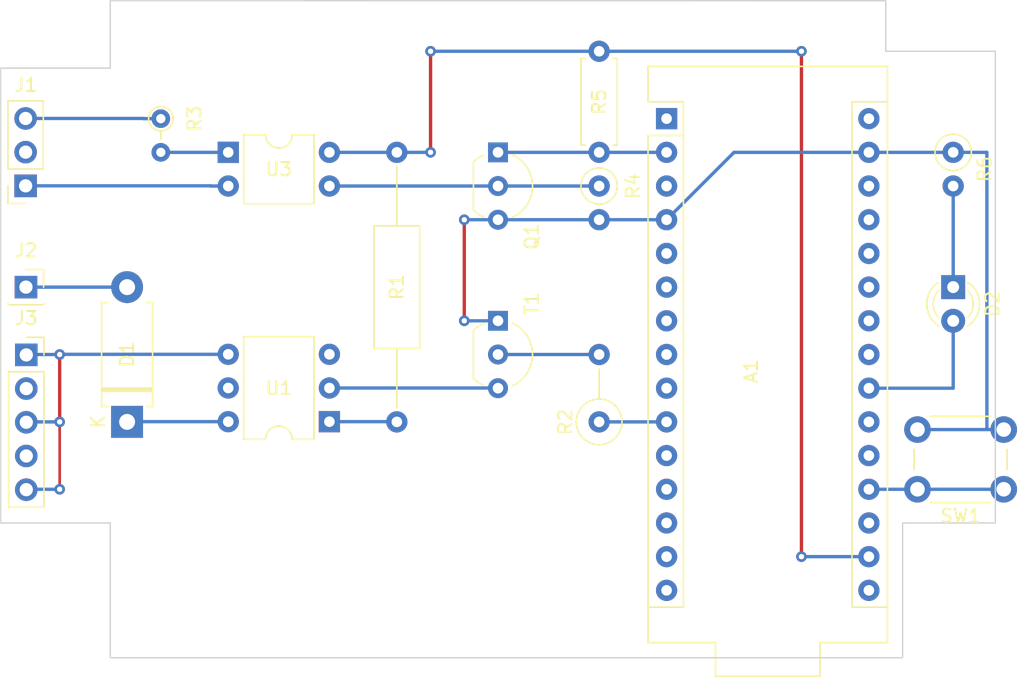
<source format=kicad_pcb>
(kicad_pcb (version 20240108) (generator "pcbnew") (generator_version "8.0")
  (layers (0 "F.Cu" signal) (31 "B.Cu" signal) (37 "F.SilkS" user "F.Silkscreen") (38 "B.Mask" user) (39 "F.Mask" user) (44 "Edge.Cuts" user))
  (net 0 "")
  (net 1 "Earth")
  (net 2 "Net-(Q1-G)")
  (net 3 "Net-(T1-B)")
  (net 4 "Net-(T1-C)")
  (net 5 "Net-(R1-Pad2)")
  (net 8 "+3V3")
  (net 9 "Net-(R3-Pad2)")
  (net 10 "/I2")
  (net 11 "Net-(A1-D0{slash}RX)")
  (net 13 "Net-(D1-A)")
  (net 14 "Net-(D1-K)")
  (net 18 "Net-(J3-Pin_1)")
  (net 26 "unconnected-(A1-A3{slash}D17-Pad22)")
  (net 30 "Net-(A1-D7)")
  (net 40 "unconnected-(A1-A0{slash}D14-Pad19)")
  (net 44 "/I1")
  (net 45 "Net-(D2-K)")
  (footprint "Connector_PinSocket_2.54mm:PinSocket_1x03_P2.54mm_Vertical" (layer "F.Cu") (at 109.195 106.665 180)
    (property "Reference" "J1" (at -0.025 7.605 0) (layer "F.SilkS"))
    (property "Value" "TIC")
    (fp_line (start 1.33 1.27) (end 1.33 6.41) (stroke (width 0.12)) (layer "F.SilkS"))
    (fp_line (start 1.33 -1.33) (end 1.33 0) (stroke (width 0.12)) (layer "F.SilkS"))
    (fp_line (start 0 -1.33) (end 1.33 -1.33) (stroke (width 0.12)) (layer "F.SilkS"))
    (fp_line (start -1.33 6.41) (end 1.33 6.41) (stroke (width 0.12)) (layer "F.SilkS"))
    (fp_line (start -1.33 1.27) (end 1.33 1.27) (stroke (width 0.12)) (layer "F.SilkS"))
    (fp_line (start -1.33 1.27) (end -1.33 6.41) (stroke (width 0.12)) (layer "F.SilkS"))
    (pad "1" thru_hole rect (at 0 0 180) (size 1.7 1.7) (drill 1) (layers "*.Cu" "*.Mask") (net 44 "/I1"))
    (pad "2" thru_hole oval (at 0 2.54 180) (size 1.7 1.7) (drill 1) (layers "*.Cu" "*.Mask"))
    (pad "3" thru_hole oval (at 0 5.08 180) (size 1.7 1.7) (drill 1) (layers "*.Cu" "*.Mask") (net 10 "/I2"))
  )
  (footprint "Resistor_THT:R_Axial_DIN0207_L6.3mm_D2.5mm_P2.54mm_Vertical" (layer "F.Cu") (at 152.4 106.68 -90)
    (property "Reference" "R4" (at 0 -2.54 -90) (layer "F.SilkS"))
    (property "Value" "10kΩ")
    (fp_line (start 1.37 0) (end 1.44 0) (stroke (width 0.12)) (layer "F.SilkS"))
    (fp_circle (center 0 0) (end 1.37 0) (stroke (width 0.12)) (fill none) (layer "F.SilkS"))
    (pad "1" thru_hole circle (at 0 0 270) (size 1.6 1.6) (drill 0.8) (layers "*.Cu" "*.Mask") (net 2 "Net-(Q1-G)"))
    (pad "2" thru_hole oval (at 2.54 0 270) (size 1.6 1.6) (drill 0.8) (layers "*.Cu" "*.Mask") (net 1 "Earth"))
  )
  (footprint "Package_DIP:DIP-4_W7.62mm" (layer "F.Cu") (at 124.46 104.14)
    (property "Reference" "U3" (at 3.81 1.27 0) (layer "F.SilkS"))
    (property "Value" "LTV-814")
    (fp_line (start 1.16 -1.33) (end 1.16 3.87) (stroke (width 0.12)) (layer "F.SilkS"))
    (fp_line (start 1.16 3.87) (end 6.46 3.87) (stroke (width 0.12)) (layer "F.SilkS"))
    (fp_line (start 2.81 -1.33) (end 1.16 -1.33) (stroke (width 0.12)) (layer "F.SilkS"))
    (fp_line (start 6.46 -1.33) (end 4.81 -1.33) (stroke (width 0.12)) (layer "F.SilkS"))
    (fp_line (start 6.46 3.87) (end 6.46 -1.33) (stroke (width 0.12)) (layer "F.SilkS"))
    (fp_arc (start 4.81 -1.33) (mid 3.81 -0.33) (end 2.81 -1.33) (stroke (width 0.12)) (layer "F.SilkS"))
    (pad "1" thru_hole rect (at 0 0) (size 1.6 1.6) (drill 0.8) (layers "*.Cu" "*.Mask") (net 9 "Net-(R3-Pad2)"))
    (pad "2" thru_hole oval (at 0 2.54) (size 1.6 1.6) (drill 0.8) (layers "*.Cu" "*.Mask") (net 44 "/I1"))
    (pad "3" thru_hole oval (at 7.62 2.54) (size 1.6 1.6) (drill 0.8) (layers "*.Cu" "*.Mask") (net 2 "Net-(Q1-G)"))
    (pad "4" thru_hole oval (at 7.62 0) (size 1.6 1.6) (drill 0.8) (layers "*.Cu" "*.Mask") (net 8 "+3V3"))
  )
  (footprint "Resistor_THT:R_Axial_DIN0207_L6.3mm_D2.5mm_P2.54mm_Vertical" (layer "F.Cu") (at 179.07 104.14 -90)
    (property "Reference" "R6" (at 1.27 -2.37 -90) (layer "F.SilkS"))
    (property "Value" "1kΩ")
    (fp_line (start 1.37 0) (end 1.44 0) (stroke (width 0.12)) (layer "F.SilkS"))
    (fp_circle (center 0 0) (end 1.37 0) (stroke (width 0.12)) (fill none) (layer "F.SilkS"))
    (pad "1" thru_hole circle (at 0 0 270) (size 1.6 1.6) (drill 0.8) (layers "*.Cu" "*.Mask") (net 1 "Earth"))
    (pad "2" thru_hole oval (at 2.54 0 270) (size 1.6 1.6) (drill 0.8) (layers "*.Cu" "*.Mask") (net 45 "Net-(D2-K)"))
  )
  (footprint "Package_TO_SOT_THT:TO-92_Inline_Wide" (layer "F.Cu") (at 144.78 104.14 -90)
    (property "Reference" "Q1" (at 6.35 -2.54 -90) (layer "F.SilkS"))
    (property "Value" "BS170")
    (fp_line (start 0.74 1.85) (end 4.34 1.85) (stroke (width 0.12)) (layer "F.SilkS"))
    (fp_arc (start 0.74 1.85) (mid 0.446097 1.509328) (end 0.215816 1.122795) (stroke (width 0.12)) (layer "F.SilkS"))
    (fp_arc (start 4.864184 1.122795) (mid 4.633903 1.509328) (end 4.34 1.85) (stroke (width 0.12)) (layer "F.SilkS"))
    (fp_arc (start 0.1836 -1.098807) (mid 1.143021 -2.192817) (end 2.54 -2.6) (stroke (width 0.12)) (layer "F.SilkS"))
    (fp_arc (start 2.54 -2.6) (mid 3.936979 -2.192818) (end 4.8964 -1.098807) (stroke (width 0.12)) (layer "F.SilkS"))
    (pad "1" thru_hole rect (at 0 0 270) (size 1.5 1.5) (drill 0.8) (layers "*.Cu" "*.Mask") (net 11 "Net-(A1-D0{slash}RX)"))
    (pad "2" thru_hole circle (at 2.54 0 270) (size 1.5 1.5) (drill 0.8) (layers "*.Cu" "*.Mask") (net 2 "Net-(Q1-G)"))
    (pad "3" thru_hole circle (at 5.08 0 270) (size 1.5 1.5) (drill 0.8) (layers "*.Cu" "*.Mask") (net 1 "Earth"))
  )
  (footprint "Resistor_THT:R_Axial_DIN0309_L9.0mm_D3.2mm_P5.08mm_Vertical" (layer "F.Cu") (at 152.4 124.46 90)
    (property "Reference" "R2" (at 0 -2.54 90) (layer "F.SilkS"))
    (property "Value" "1.5kΩ")
    (fp_line (start 1.72 0) (end 3.98 0) (stroke (width 0.12)) (layer "F.SilkS"))
    (fp_circle (center 0 0) (end 1.72 0) (stroke (width 0.12)) (fill none) (layer "F.SilkS"))
    (pad "1" thru_hole circle (at 0 0 90) (size 1.6 1.6) (drill 0.8) (layers "*.Cu" "*.Mask") (net 30 "Net-(A1-D7)"))
    (pad "2" thru_hole oval (at 5.08 0 90) (size 1.6 1.6) (drill 0.8) (layers "*.Cu" "*.Mask") (net 3 "Net-(T1-B)"))
  )
  (footprint "Resistor_THT:R_Axial_DIN0309_L9.0mm_D3.2mm_P20.32mm_Horizontal" (layer "F.Cu") (at 137.16 104.14 -90)
    (property "Reference" "R1" (at 10.16 0 -90) (layer "F.SilkS"))
    (property "Value" "110Ω")
    (fp_line (start 5.54 1.72) (end 14.78 1.72) (stroke (width 0.12)) (layer "F.SilkS"))
    (fp_line (start 14.78 1.72) (end 14.78 -1.72) (stroke (width 0.12)) (layer "F.SilkS"))
    (fp_line (start 1.04 0) (end 5.54 0) (stroke (width 0.12)) (layer "F.SilkS"))
    (fp_line (start 19.28 0) (end 14.78 0) (stroke (width 0.12)) (layer "F.SilkS"))
    (fp_line (start 5.54 -1.72) (end 5.54 1.72) (stroke (width 0.12)) (layer "F.SilkS"))
    (fp_line (start 14.78 -1.72) (end 5.54 -1.72) (stroke (width 0.12)) (layer "F.SilkS"))
    (pad "1" thru_hole circle (at 0 0 270) (size 1.6 1.6) (drill 0.8) (layers "*.Cu" "*.Mask") (net 8 "+3V3"))
    (pad "2" thru_hole oval (at 20.32 0 270) (size 1.6 1.6) (drill 0.8) (layers "*.Cu" "*.Mask") (net 5 "Net-(R1-Pad2)"))
  )
  (footprint "LED_THT:LED_D3.0mm" (layer "F.Cu") (at 179.07 114.3 -90)
    (property "Reference" "D2" (at 1.27 -2.96 90) (layer "F.SilkS"))
    (property "Value" "LED")
    (fp_line (start -0.29 1.08) (end -0.29 1.236) (stroke (width 0.12)) (layer "F.SilkS"))
    (fp_line (start -0.29 -1.236) (end -0.29 -1.08) (stroke (width 0.12)) (layer "F.SilkS"))
    (fp_arc (start 2.31113 1.079837) (mid 1.270117 1.5) (end 0.229039 1.08) (stroke (width 0.12)) (layer "F.SilkS"))
    (fp_arc (start 2.942335 1.078608) (mid 1.366487 1.987659) (end -0.29 1.235516) (stroke (width 0.12)) (layer "F.SilkS"))
    (fp_arc (start 0.229039 -1.08) (mid 1.270117 -1.5) (end 2.31113 -1.079837) (stroke (width 0.12)) (layer "F.SilkS"))
    (fp_arc (start -0.29 -1.235516) (mid 1.366487 -1.987659) (end 2.942335 -1.078608) (stroke (width 0.12)) (layer "F.SilkS"))
    (pad "1" thru_hole rect (at 0 0 270) (size 1.8 1.8) (drill 0.9) (layers "*.Cu" "*.Mask") (net 45 "Net-(D2-K)"))
    (pad "2" thru_hole circle (at 2.54 0 270) (size 1.8 1.8) (drill 0.9) (layers "*.Cu" "*.Mask") (net 26 "unconnected-(A1-A3{slash}D17-Pad22)"))
  )
  (footprint "Connector_PinSocket_2.54mm:PinSocket_1x05_P2.54mm_Vertical" (layer "F.Cu") (at 109.245 119.41)
    (property "Reference" "J3" (at 0 -2.77 0) (layer "F.SilkS"))
    (property "Value" "FP")
    (fp_line (start -1.33 1.27) (end -1.33 11.49) (stroke (width 0.12)) (layer "F.SilkS"))
    (fp_line (start -1.33 1.27) (end 1.33 1.27) (stroke (width 0.12)) (layer "F.SilkS"))
    (fp_line (start -1.33 11.49) (end 1.33 11.49) (stroke (width 0.12)) (layer "F.SilkS"))
    (fp_line (start 0 -1.33) (end 1.33 -1.33) (stroke (width 0.12)) (layer "F.SilkS"))
    (fp_line (start 1.33 -1.33) (end 1.33 0) (stroke (width 0.12)) (layer "F.SilkS"))
    (fp_line (start 1.33 1.27) (end 1.33 11.49) (stroke (width 0.12)) (layer "F.SilkS"))
    (pad "1" thru_hole rect (at 0 0) (size 1.7 1.7) (drill 1) (layers "*.Cu" "*.Mask") (net 18 "Net-(J3-Pin_1)"))
    (pad "2" thru_hole oval (at 0 2.54) (size 1.7 1.7) (drill 1) (layers "*.Cu" "*.Mask"))
    (pad "3" thru_hole oval (at 0 5.08) (size 1.7 1.7) (drill 1) (layers "*.Cu" "*.Mask") (net 18 "Net-(J3-Pin_1)"))
    (pad "4" thru_hole oval (at 0 7.62) (size 1.7 1.7) (drill 1) (layers "*.Cu" "*.Mask"))
    (pad "5" thru_hole oval (at 0 10.16) (size 1.7 1.7) (drill 1) (layers "*.Cu" "*.Mask") (net 18 "Net-(J3-Pin_1)"))
  )
  (footprint "kicad-lib-arduino:Arduino_Nano" (layer "F.Cu") (at 157.48 101.6)
    (property "Reference" "A1" (at 6.35 19.05 90) (layer "F.SilkS"))
    (property "Value" "Arduino_Nano_Socket")
    (fp_line (start -1.397 -3.937) (end -1.397 -1.27) (stroke (width 0.12)) (layer "F.SilkS"))
    (fp_line (start -1.397 1.27) (end -1.397 39.497) (stroke (width 0.12)) (layer "F.SilkS"))
    (fp_line (start -1.397 39.497) (end 3.683 39.497) (stroke (width 0.12)) (layer "F.SilkS"))
    (fp_line (start 1.27 -1.27) (end -1.397 -1.27) (stroke (width 0.12)) (layer "F.SilkS"))
    (fp_line (start 1.27 1.27) (end -1.397 1.27) (stroke (width 0.12)) (layer "F.SilkS"))
    (fp_line (start 1.27 1.27) (end 1.27 -1.27) (stroke (width 0.12)) (layer "F.SilkS"))
    (fp_line (start 1.27 1.27) (end 1.27 36.83) (stroke (width 0.12)) (layer "F.SilkS"))
    (fp_line (start 1.27 36.83) (end -1.4 36.83) (stroke (width 0.12)) (layer "F.SilkS"))
    (fp_line (start 3.683 42.037) (end 3.683 39.497) (stroke (width 0.12)) (layer "F.SilkS"))
    (fp_line (start 3.683 42.037) (end 11.557 42.037) (stroke (width 0.12)) (layer "F.SilkS"))
    (fp_line (start 11.557 39.497) (end 16.637 39.497) (stroke (width 0.12)) (layer "F.SilkS"))
    (fp_line (start 11.557 42.037) (end 11.557 39.497) (stroke (width 0.12)) (layer "F.SilkS"))
    (fp_line (start 13.97 -1.27) (end 13.97 36.83) (stroke (width 0.12)) (layer "F.SilkS"))
    (fp_line (start 13.97 -1.27) (end 16.64 -1.27) (stroke (width 0.12)) (layer "F.SilkS"))
    (fp_line (start 13.97 36.83) (end 16.64 36.83) (stroke (width 0.12)) (layer "F.SilkS"))
    (fp_line (start 16.637 -3.937) (end -1.397 -3.937) (stroke (width 0.12)) (layer "F.SilkS"))
    (fp_line (start 16.637 39.497) (end 16.637 -3.937) (stroke (width 0.12)) (layer "F.SilkS"))
    (pad "1" thru_hole rect (at 0 0) (size 1.6 1.6) (drill 0.8) (layers "*.Cu" "*.Mask"))
    (pad "2" thru_hole oval (at 0 2.54) (size 1.6 1.6) (drill 0.8) (layers "*.Cu" "*.Mask") (net 11 "Net-(A1-D0{slash}RX)"))
    (pad "3" thru_hole oval (at 0 5.08) (size 1.6 1.6) (drill 0.8) (layers "*.Cu" "*.Mask"))
    (pad "4" thru_hole oval (at 0 7.62) (size 1.6 1.6) (drill 0.8) (layers "*.Cu" "*.Mask") (net 1 "Earth"))
    (pad "5" thru_hole oval (at 0 10.16) (size 1.6 1.6) (drill 0.8) (layers "*.Cu" "*.Mask"))
    (pad "6" thru_hole oval (at 0 12.7) (size 1.6 1.6) (drill 0.8) (layers "*.Cu" "*.Mask"))
    (pad "7" thru_hole oval (at 0 15.24) (size 1.6 1.6) (drill 0.8) (layers "*.Cu" "*.Mask"))
    (pad "8" thru_hole oval (at 0 17.78) (size 1.6 1.6) (drill 0.8) (layers "*.Cu" "*.Mask"))
    (pad "9" thru_hole oval (at 0 20.32) (size 1.6 1.6) (drill 0.8) (layers "*.Cu" "*.Mask"))
    (pad "10" thru_hole oval (at 0 22.86) (size 1.6 1.6) (drill 0.8) (layers "*.Cu" "*.Mask") (net 30 "Net-(A1-D7)"))
    (pad "11" thru_hole oval (at 0 25.4) (size 1.6 1.6) (drill 0.8) (layers "*.Cu" "*.Mask"))
    (pad "12" thru_hole oval (at 0 27.94) (size 1.6 1.6) (drill 0.8) (layers "*.Cu" "*.Mask"))
    (pad "13" thru_hole oval (at 0 30.48) (size 1.6 1.6) (drill 0.8) (layers "*.Cu" "*.Mask"))
    (pad "14" thru_hole oval (at 0 33.02) (size 1.6 1.6) (drill 0.8) (layers "*.Cu" "*.Mask"))
    (pad "15" thru_hole oval (at 0 35.56) (size 1.6 1.6) (drill 0.8) (layers "*.Cu" "*.Mask"))
    (pad "16" thru_hole oval (at 15.24 35.56) (size 1.6 1.6) (drill 0.8) (layers "*.Cu" "*.Mask"))
    (pad "17" thru_hole oval (at 15.24 33.02) (size 1.6 1.6) (drill 0.8) (layers "*.Cu" "*.Mask") (net 8 "+3V3"))
    (pad "18" thru_hole oval (at 15.24 30.48) (size 1.6 1.6) (drill 0.8) (layers "*.Cu" "*.Mask"))
    (pad "19" thru_hole oval (at 15.24 27.94) (size 1.6 1.6) (drill 0.8) (layers "*.Cu" "*.Mask") (net 40 "unconnected-(A1-A0{slash}D14-Pad19)"))
    (pad "20" thru_hole oval (at 15.24 25.4) (size 1.6 1.6) (drill 0.8) (layers "*.Cu" "*.Mask"))
    (pad "21" thru_hole oval (at 15.24 22.86) (size 1.6 1.6) (drill 0.8) (layers "*.Cu" "*.Mask"))
    (pad "22" thru_hole oval (at 15.24 20.32) (size 1.6 1.6) (drill 0.8) (layers "*.Cu" "*.Mask") (net 26 "unconnected-(A1-A3{slash}D17-Pad22)"))
    (pad "23" thru_hole oval (at 15.24 17.78) (size 1.6 1.6) (drill 0.8) (layers "*.Cu" "*.Mask"))
    (pad "24" thru_hole oval (at 15.24 15.24) (size 1.6 1.6) (drill 0.8) (layers "*.Cu" "*.Mask"))
    (pad "25" thru_hole oval (at 15.24 12.7) (size 1.6 1.6) (drill 0.8) (layers "*.Cu" "*.Mask"))
    (pad "26" thru_hole oval (at 15.24 10.16) (size 1.6 1.6) (drill 0.8) (layers "*.Cu" "*.Mask"))
    (pad "27" thru_hole oval (at 15.24 7.62) (size 1.6 1.6) (drill 0.8) (layers "*.Cu" "*.Mask"))
    (pad "28" thru_hole oval (at 15.24 5.08) (size 1.6 1.6) (drill 0.8) (layers "*.Cu" "*.Mask"))
    (pad "29" thru_hole oval (at 15.24 2.54) (size 1.6 1.6) (drill 0.8) (layers "*.Cu" "*.Mask") (net 1 "Earth"))
    (pad "30" thru_hole oval (at 15.24 0) (size 1.6 1.6) (drill 0.8) (layers "*.Cu" "*.Mask"))
  )
  (footprint "Package_DIP:DIP-6_W7.62mm" (layer "F.Cu") (at 132.08 124.445 180)
    (property "Reference" "U1" (at 3.81 2.525 180) (layer "F.SilkS"))
    (property "Value" "MOC3041M")
    (fp_line (start 6.46 6.41) (end 6.46 -1.33) (stroke (width 0.12)) (layer "F.SilkS"))
    (fp_line (start 6.46 -1.33) (end 4.81 -1.33) (stroke (width 0.12)) (layer "F.SilkS"))
    (fp_line (start 2.81 -1.33) (end 1.16 -1.33) (stroke (width 0.12)) (layer "F.SilkS"))
    (fp_line (start 1.16 6.41) (end 6.46 6.41) (stroke (width 0.12)) (layer "F.SilkS"))
    (fp_line (start 1.16 -1.33) (end 1.16 6.41) (stroke (width 0.12)) (layer "F.SilkS"))
    (fp_arc (start 4.81 -1.33) (mid 3.81 -0.33) (end 2.81 -1.33) (stroke (width 0.12)) (layer "F.SilkS"))
    (pad "1" thru_hole rect (at 0 0 180) (size 1.6 1.6) (drill 0.8) (layers "*.Cu" "*.Mask") (net 5 "Net-(R1-Pad2)"))
    (pad "2" thru_hole oval (at 0 2.54 180) (size 1.6 1.6) (drill 0.8) (layers "*.Cu" "*.Mask") (net 4 "Net-(T1-C)"))
    (pad "3" thru_hole oval (at 0 5.08 180) (size 1.6 1.6) (drill 0.8) (layers "*.Cu" "*.Mask"))
    (pad "4" thru_hole oval (at 7.62 5.08 180) (size 1.6 1.6) (drill 0.8) (layers "*.Cu" "*.Mask") (net 18 "Net-(J3-Pin_1)"))
    (pad "5" thru_hole oval (at 7.62 2.54 180) (size 1.6 1.6) (drill 0.8) (layers "*.Cu" "*.Mask"))
    (pad "6" thru_hole oval (at 7.62 0 180) (size 1.6 1.6) (drill 0.8) (layers "*.Cu" "*.Mask") (net 14 "Net-(D1-K)"))
  )
  (footprint "Package_TO_SOT_THT:TO-92_Inline_Wide" (layer "F.Cu") (at 144.78 116.84 -90)
    (property "Reference" "T1" (at -1.27 -2.54 -90) (layer "F.SilkS"))
    (property "Value" "2N2222")
    (fp_line (start 0.74 1.85) (end 4.34 1.85) (stroke (width 0.12)) (layer "F.SilkS"))
    (fp_arc (start 0.74 1.85) (mid 0.446097 1.509328) (end 0.215816 1.122795) (stroke (width 0.12)) (layer "F.SilkS"))
    (fp_arc (start 4.864184 1.122795) (mid 4.633903 1.509328) (end 4.34 1.85) (stroke (width 0.12)) (layer "F.SilkS"))
    (fp_arc (start 0.1836 -1.098807) (mid 1.143021 -2.192817) (end 2.54 -2.6) (stroke (width 0.12)) (layer "F.SilkS"))
    (fp_arc (start 2.54 -2.6) (mid 3.936979 -2.192818) (end 4.8964 -1.098807) (stroke (width 0.12)) (layer "F.SilkS"))
    (pad "1" thru_hole rect (at 0 0 270) (size 1.5 1.5) (drill 0.8) (layers "*.Cu" "*.Mask") (net 1 "Earth"))
    (pad "2" thru_hole circle (at 2.54 0 270) (size 1.5 1.5) (drill 0.8) (layers "*.Cu" "*.Mask") (net 3 "Net-(T1-B)"))
    (pad "3" thru_hole circle (at 5.08 0 270) (size 1.5 1.5) (drill 0.8) (layers "*.Cu" "*.Mask") (net 4 "Net-(T1-C)"))
  )
  (footprint "Resistor_THT:R_Axial_DIN0204_L3.6mm_D1.6mm_P2.54mm_Vertical" (layer "F.Cu") (at 119.38 101.6 -90)
    (property "Reference" "R3" (at 0 -2.54 90) (layer "F.SilkS"))
    (property "Value" "2,2kΩ")
    (fp_line (start 0.92 0) (end 1.54 0) (stroke (width 0.12)) (layer "F.SilkS"))
    (fp_circle (center 0 0) (end 0.92 0) (stroke (width 0.12)) (fill none) (layer "F.SilkS"))
    (pad "1" thru_hole circle (at 0 0 270) (size 1.4 1.4) (drill 0.7) (layers "*.Cu" "*.Mask") (net 10 "/I2"))
    (pad "2" thru_hole oval (at 2.54 0 270) (size 1.4 1.4) (drill 0.7) (layers "*.Cu" "*.Mask") (net 9 "Net-(R3-Pad2)"))
  )
  (footprint "Resistor_THT:R_Axial_DIN0207_L6.3mm_D2.5mm_P7.62mm_Horizontal" (layer "F.Cu") (at 152.4 96.52 -90)
    (property "Reference" "R5" (at 3.81 0 -90) (layer "F.SilkS"))
    (property "Value" "10kΩ")
    (fp_line (start 0.54 1.37) (end 7.08 1.37) (stroke (width 0.12)) (layer "F.SilkS"))
    (fp_line (start 7.08 1.37) (end 7.08 1.04) (stroke (width 0.12)) (layer "F.SilkS"))
    (fp_line (start 0.54 1.04) (end 0.54 1.37) (stroke (width 0.12)) (layer "F.SilkS"))
    (fp_line (start 0.54 -1.04) (end 0.54 -1.37) (stroke (width 0.12)) (layer "F.SilkS"))
    (fp_line (start 0.54 -1.37) (end 7.08 -1.37) (stroke (width 0.12)) (layer "F.SilkS"))
    (fp_line (start 7.08 -1.37) (end 7.08 -1.04) (stroke (width 0.12)) (layer "F.SilkS"))
    (pad "1" thru_hole circle (at 0 0 270) (size 1.6 1.6) (drill 0.8) (layers "*.Cu" "*.Mask") (net 8 "+3V3"))
    (pad "2" thru_hole oval (at 7.62 0 270) (size 1.6 1.6) (drill 0.8) (layers "*.Cu" "*.Mask") (net 11 "Net-(A1-D0{slash}RX)"))
  )
  (footprint "Button_Switch_THT:SW_PUSH_6mm" (layer "F.Cu") (at 182.88 129.54 180)
    (property "Reference" "SW1" (at 3.25 -2 360) (layer "F.SilkS"))
    (property "Value" "SW_Push")
    (fp_line (start 6.75 3) (end 6.75 1.5) (stroke (width 0.12)) (layer "F.SilkS"))
    (fp_line (start 5.5 -1) (end 1 -1) (stroke (width 0.12)) (layer "F.SilkS"))
    (fp_line (start 1 5.5) (end 5.5 5.5) (stroke (width 0.12)) (layer "F.SilkS"))
    (fp_line (start -0.25 1.5) (end -0.25 3) (stroke (width 0.12)) (layer "F.SilkS"))
    (pad "1" thru_hole circle (at 0 0 270) (size 2 2) (drill 1.1) (layers "*.Cu" "*.Mask") (net 40 "unconnected-(A1-A0{slash}D14-Pad19)"))
    (pad "1" thru_hole circle (at 6.5 0 270) (size 2 2) (drill 1.1) (layers "*.Cu" "*.Mask") (net 40 "unconnected-(A1-A0{slash}D14-Pad19)"))
    (pad "2" thru_hole circle (at 0 4.5 270) (size 2 2) (drill 1.1) (layers "*.Cu" "*.Mask") (net 1 "Earth"))
    (pad "2" thru_hole circle (at 6.5 4.5 270) (size 2 2) (drill 1.1) (layers "*.Cu" "*.Mask") (net 1 "Earth"))
  )
  (footprint "Diode_THT:D_DO-15_P10.16mm_Horizontal" (layer "F.Cu") (at 116.84 124.46 90)
    (property "Reference" "D1" (at 5.08 0 90) (layer "F.SilkS"))
    (property "Value" "1N4007")
    (fp_line (start 9 -1.92) (end 9 -1.44) (stroke (width 0.12)) (layer "F.SilkS"))
    (fp_line (start 2.54 -1.92) (end 2.54 1.92) (stroke (width 0.12)) (layer "F.SilkS"))
    (fp_line (start 2.42 -1.92) (end 2.42 1.92) (stroke (width 0.12)) (layer "F.SilkS"))
    (fp_line (start 2.3 -1.92) (end 2.3 1.92) (stroke (width 0.12)) (layer "F.SilkS"))
    (fp_line (start 1.16 -1.92) (end 9 -1.92) (stroke (width 0.12)) (layer "F.SilkS"))
    (fp_line (start 1.16 -1.44) (end 1.16 -1.92) (stroke (width 0.12)) (layer "F.SilkS"))
    (fp_line (start 1.16 1.44) (end 1.16 1.92) (stroke (width 0.12)) (layer "F.SilkS"))
    (fp_line (start 9 1.92) (end 9 1.44) (stroke (width 0.12)) (layer "F.SilkS"))
    (fp_line (start 1.16 1.92) (end 9 1.92) (stroke (width 0.12)) (layer "F.SilkS"))
    (fp_text user "K" (at 0 -2.2 90) (layer "F.SilkS"))
    (pad "1" thru_hole rect (at 0 0 90) (size 2.4 2.4) (drill 1.2) (layers "*.Cu" "*.Mask") (net 14 "Net-(D1-K)"))
    (pad "2" thru_hole oval (at 10.16 0 90) (size 2.4 2.4) (drill 1.2) (layers "*.Cu" "*.Mask") (net 13 "Net-(D1-A)"))
  )
  (footprint "Connector_PinSocket_2.54mm:PinSocket_1x01_P2.54mm_Vertical" (layer "F.Cu") (at 109.22 114.3)
    (property "Reference" "J2" (at 0 -2.77 0) (layer "F.SilkS"))
    (property "Value" "Main")
    (fp_line (start -1.33 1.21) (end -1.33 1.33) (stroke (width 0.12)) (layer "F.SilkS"))
    (fp_line (start -1.33 1.33) (end 1.33 1.33) (stroke (width 0.12)) (layer "F.SilkS"))
    (fp_line (start 0 -1.33) (end 1.33 -1.33) (stroke (width 0.12)) (layer "F.SilkS"))
    (fp_line (start 1.33 -1.33) (end 1.33 0) (stroke (width 0.12)) (layer "F.SilkS"))
    (fp_line (start 1.33 1.21) (end 1.33 1.33) (stroke (width 0.12)) (layer "F.SilkS"))
    (pad "1" thru_hole rect (at 0 0) (size 1.7 1.7) (drill 1) (layers "*.Cu" "*.Mask") (net 13 "Net-(D1-A)"))
  )
  (gr_line (start 111.76 124.46) (end 111.76 129.54) (stroke (width 0.2)) (layer "F.Cu") (net 18))
  (gr_line (start 107.315 132.08) (end 107.315 97.79) (stroke (width 0.1)) (layer "Edge.Cuts"))
  (gr_line (start 182.245 96.52) (end 182.245 132.08) (stroke (width 0.1)) (layer "Edge.Cuts"))
  (gr_line (start 173.99 92.71) (end 173.99 96.52) (stroke (width 0.1)) (layer "Edge.Cuts"))
  (gr_line (start 175.26 142.24) (end 115.57 142.24) (stroke (width 0.1)) (layer "Edge.Cuts"))
  (gr_line (start 115.57 92.705) (end 173.99 92.71) (stroke (width 0.1)) (layer "Edge.Cuts"))
  (gr_line (start 107.315 97.79) (end 115.57 97.79) (stroke (width 0.1)) (layer "Edge.Cuts"))
  (gr_line (start 182.245 132.08) (end 175.26 132.08) (stroke (width 0.1)) (layer "Edge.Cuts"))
  (gr_line (start 175.26 132.08) (end 175.26 142.24) (stroke (width 0.1)) (layer "Edge.Cuts"))
  (gr_line (start 115.57 142.24) (end 115.57 132.08) (stroke (width 0.1)) (layer "Edge.Cuts"))
  (gr_line (start 173.99 96.52) (end 182.245 96.52) (stroke (width 0.1)) (layer "Edge.Cuts"))
  (gr_line (start 115.57 132.08) (end 107.315 132.08) (stroke (width 0.1)) (layer "Edge.Cuts"))
  (gr_line (start 115.57 97.79) (end 115.57 92.705) (stroke (width 0.1)) (layer "Edge.Cuts"))
  (segment (start 142.24 109.22) (end 142.24 116.84) (width 0.25) (layer "F.Cu") (net 1))
  (via (at 142.24 109.22) (size 0.8) (drill 0.4) (layers "F.Cu" "B.Cu") (net 1))
  (via (at 142.24 116.84) (size 0.8) (drill 0.4) (layers "F.Cu" "B.Cu") (net 1))
  (segment (start 181.61 104.14) (end 181.61 125.04) (width 0.25) (layer "B.Cu") (net 1))
  (segment (start 152.4 109.22) (end 144.78 109.22) (width 0.25) (layer "B.Cu") (net 1))
  (segment (start 172.72 104.14) (end 162.56 104.14) (width 0.25) (layer "B.Cu") (net 1))
  (segment (start 162.56 104.14) (end 157.48 109.22) (width 0.25) (layer "B.Cu") (net 1))
  (segment (start 172.72 104.14) (end 179.07 104.14) (width 0.25) (layer "B.Cu") (net 1))
  (segment (start 179.07 104.14) (end 181.61 104.14) (width 0.25) (layer "B.Cu") (net 1))
  (segment (start 176.38 125.04) (end 181.61 125.04) (width 0.25) (layer "B.Cu") (net 1))
  (segment (start 157.48 109.22) (end 152.4 109.22) (width 0.25) (layer "B.Cu") (net 1))
  (segment (start 181.61 125.04) (end 182.12 125.04) (width 0.25) (layer "B.Cu") (net 1))
  (segment (start 144.78 116.84) (end 142.24 116.84) (width 0.25) (layer "B.Cu") (net 1))
  (segment (start 144.78 109.22) (end 142.24 109.22) (width 0.25) (layer "B.Cu") (net 1))
  (segment (start 152.4 106.68) (end 144.78 106.68) (width 0.25) (layer "B.Cu") (net 2))
  (segment (start 144.78 106.68) (end 132.08 106.68) (width 0.25) (layer "B.Cu") (net 2))
  (segment (start 152.4 119.38) (end 144.78 119.38) (width 0.25) (layer "B.Cu") (net 3))
  (segment (start 132.08 121.905) (end 144.765 121.905) (width 0.25) (layer "B.Cu") (net 4))
  (segment (start 144.405 121.905) (end 144.42 121.92) (width 0.25) (layer "B.Cu") (net 4))
  (segment (start 144.765 121.905) (end 144.78 121.92) (width 0.25) (layer "B.Cu") (net 4))
  (segment (start 132.08 124.445) (end 137.145 124.445) (width 0.25) (layer "B.Cu") (net 5))
  (segment (start 137.145 124.445) (end 137.16 124.46) (width 0.25) (layer "B.Cu") (net 5))
  (segment (start 167.64 134.62) (end 167.64 96.52) (width 0.25) (layer "F.Cu") (net 8))
  (segment (start 139.7 104.14) (end 139.7 96.52) (width 0.25) (layer "F.Cu") (net 8))
  (via (at 139.7 104.14) (size 0.8) (drill 0.4) (layers "F.Cu" "B.Cu") (net 8))
  (via (at 167.64 96.52) (size 0.8) (drill 0.4) (layers "F.Cu" "B.Cu") (net 8))
  (via (at 167.64 134.62) (size 0.8) (drill 0.4) (layers "F.Cu" "B.Cu") (net 8))
  (via (at 139.7 96.52) (size 0.8) (drill 0.4) (layers "F.Cu" "B.Cu") (net 8))
  (segment (start 167.64 96.52) (end 152.4 96.52) (width 0.25) (layer "B.Cu") (net 8))
  (segment (start 152.4 96.52) (end 139.7 96.52) (width 0.25) (layer "B.Cu") (net 8))
  (segment (start 167.64 134.62) (end 172.72 134.62) (width 0.25) (layer "B.Cu") (net 8))
  (segment (start 132.08 104.14) (end 137.16 104.14) (width 0.25) (layer "B.Cu") (net 8))
  (segment (start 137.16 104.14) (end 139.7 104.14) (width 0.25) (layer "B.Cu") (net 8))
  (segment (start 124.46 104.14) (end 119.38 104.14) (width 0.25) (layer "B.Cu") (net 9))
  (segment (start 118.11 101.6) (end 118.095 101.585) (width 0.25) (layer "B.Cu") (net 10))
  (segment (start 119.38 101.6) (end 118.11 101.6) (width 0.25) (layer "B.Cu") (net 10))
  (segment (start 118.095 101.585) (end 109.195 101.585) (width 0.25) (layer "B.Cu") (net 10))
  (segment (start 109.21 101.6) (end 109.195 101.585) (width 0.25) (layer "B.Cu") (net 10))
  (segment (start 144.78 104.14) (end 152.4 104.14) (width 0.25) (layer "B.Cu") (net 11))
  (segment (start 152.4 104.14) (end 157.48 104.14) (width 0.25) (layer "B.Cu") (net 11))
  (segment (start 109.22 114.3) (end 116.84 114.3) (width 0.25) (layer "B.Cu") (net 13))
  (segment (start 124.46 124.445) (end 116.855 124.445) (width 0.25) (layer "B.Cu") (net 14))
  (segment (start 116.855 124.445) (end 116.84 124.46) (width 0.25) (layer "B.Cu") (net 14))
  (segment (start 111.76 119.38) (end 111.76 124.46) (width 0.25) (layer "F.Cu") (net 18))
  (via (at 111.76 124.46) (size 0.8) (drill 0.4) (layers "F.Cu" "B.Cu") (net 18))
  (via (at 111.76 129.54) (size 0.8) (drill 0.4) (layers "F.Cu" "B.Cu") (net 18))
  (via (at 111.76 119.38) (size 0.8) (drill 0.4) (layers "F.Cu" "B.Cu") (net 18))
  (segment (start 124.46 119.365) (end 111.775 119.365) (width 0.25) (layer "B.Cu") (net 18))
  (segment (start 111.76 129.54) (end 109.245 129.54) (width 0.25) (layer "B.Cu") (net 18))
  (segment (start 111.76 119.38) (end 109.245 119.38) (width 0.25) (layer "B.Cu") (net 18))
  (segment (start 109.245 124.46) (end 111.76 124.46) (width 0.25) (layer "B.Cu") (net 18))
  (segment (start 111.775 119.365) (end 111.76 119.38) (width 0.25) (layer "B.Cu") (net 18))
  (segment (start 179.07 116.84) (end 179.07 121.92) (width 0.25) (layer "B.Cu") (net 26))
  (segment (start 172.72 121.92) (end 179.07 121.92) (width 0.25) (layer "B.Cu") (net 26))
  (segment (start 157.48 124.46) (end 152.4 124.46) (width 0.25) (layer "B.Cu") (net 30))
  (segment (start 172.72 129.54) (end 176.38 129.54) (width 0.25) (layer "B.Cu") (net 40))
  (segment (start 176.38 129.54) (end 182.12 129.54) (width 0.25) (layer "B.Cu") (net 40))
  (segment (start 123.175 106.665) (end 109.195 106.665) (width 0.25) (layer "B.Cu") (net 44))
  (segment (start 123.19 106.68) (end 123.175 106.665) (width 0.25) (layer "B.Cu") (net 44))
  (segment (start 124.46 106.68) (end 123.19 106.68) (width 0.25) (layer "B.Cu") (net 44))
  (segment (start 109.21 106.68) (end 109.195 106.665) (width 0.25) (layer "B.Cu") (net 44))
  (segment (start 179.07 106.68) (end 179.07 114.3) (width 0.25) (layer "B.Cu") (net 45))
)
</source>
